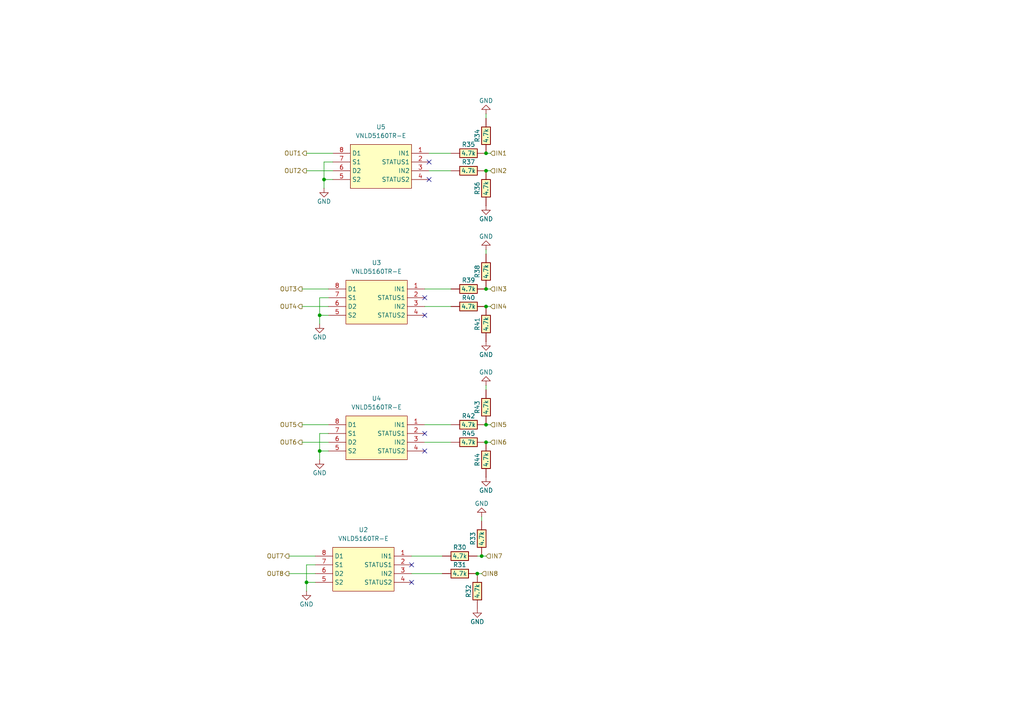
<source format=kicad_sch>
(kicad_sch (version 20231120) (generator "eeschema") (generator_version "8.0")
  (paper "A4")
  (lib_symbols
    (symbol "chips:VNLD5160"
      (property "Reference" "U" (at 6.35 3.81 0))
      (property "Value" "VNLD5160TR-E" (at 12.7 -11.43 0))
      (symbol "VNLD5160_1_1"
        (rectangle (start 5.08 2.54) (end 22.86 -10.16) (fill (type background)))
        (pin input line (at 0 0 0) (length 5.08) (name "IN1") (number "1"))
        (pin open_collector line (at 0 -2.54 0) (length 5.08) (name "STATUS1") (number "2"))
        (pin input line (at 0 -5.08 0) (length 5.08) (name "IN2") (number "3"))
        (pin open_collector line (at 0 -7.62 0) (length 5.08) (name "STATUS2") (number "4"))
        (pin power_in line (at 27.94 -7.62 180) (length 5.08) (name "S2") (number "5"))
        (pin power_out line (at 27.94 -5.08 180) (length 5.08) (name "D2") (number "6"))
        (pin power_in line (at 27.94 -2.54 180) (length 5.08) (name "S1") (number "7"))
        (pin power_out line (at 27.94 0 180) (length 5.08) (name "D1") (number "8"))
      )
    )
    (symbol "hellen-one-common:Res" (pin_numbers hide)
      (property "Reference" "R" (at 3.81 2.54 0))
      (property "Value" "Res" (at 5.08 -2.54 0))
      (symbol "Res_1_0"
        (rectangle (start 2.54 -1.27) (end 7.62 1.27) (stroke (width 0.254)) (fill (type background)))
        (pin passive line (at 0 0 0) (length 2.54) (name "") (number "1"))
        (pin passive line (at 10.16 0 180) (length 2.54) (name "") (number "2"))
      )
    )
    (symbol "power:GND" (power) (pin_numbers hide) (pin_names (offset 0) hide)
      (property "Value" "GND" (at 0 -3.81 0))
      (symbol "GND_0_1"
        (polyline (pts (xy 0 0) (xy 0 -1.27) (xy 1.27 -1.27) (xy 0 -2.54) (xy -1.27 -1.27) (xy 0 -1.27)))
      )
      (symbol "GND_1_1"
        (pin power_in line (at 0 0 270) (length 0) (name "~") (number "1"))
      )
    )
  )
  (junction (at 139.7 161.29))
  (junction (at 92.71 130.81))
  (junction (at 140.97 49.53))
  (junction (at 140.97 123.19))
  (junction (at 92.71 91.44))
  (junction (at 140.97 44.45))
  (junction (at 93.98 52.07))
  (junction (at 140.97 128.27))
  (junction (at 140.97 83.82))
  (junction (at 138.43 166.37))
  (junction (at 88.9 168.91))
  (junction (at 140.97 88.9))
  (no_connect (at 124.46 46.99))
  (no_connect (at 123.19 91.44))
  (no_connect (at 119.38 168.91))
  (no_connect (at 119.38 163.83))
  (no_connect (at 124.46 52.07))
  (no_connect (at 123.19 130.81))
  (no_connect (at 123.19 86.36))
  (no_connect (at 123.19 125.73))
  (wire (pts (xy 92.71 93.98) (xy 92.71 91.44)))
  (wire (pts (xy 93.98 54.61) (xy 93.98 52.07)))
  (wire (pts (xy 93.98 46.99) (xy 96.52 46.99)))
  (wire (pts (xy 83.82 166.37) (xy 91.44 166.37)))
  (wire (pts (xy 123.19 123.19) (xy 130.81 123.19)))
  (wire (pts (xy 140.97 161.29) (xy 139.7 161.29)))
  (wire (pts (xy 92.71 130.81) (xy 92.71 125.73)))
  (wire (pts (xy 92.71 133.35) (xy 92.71 130.81)))
  (wire (pts (xy 140.97 123.19) (xy 142.24 123.19)))
  (wire (pts (xy 140.97 83.82) (xy 142.24 83.82)))
  (wire (pts (xy 88.9 168.91) (xy 88.9 163.83)))
  (wire (pts (xy 87.63 88.9) (xy 95.25 88.9)))
  (wire (pts (xy 140.97 44.45) (xy 142.24 44.45)))
  (wire (pts (xy 138.43 161.29) (xy 139.7 161.29)))
  (wire (pts (xy 83.82 161.29) (xy 91.44 161.29)))
  (wire (pts (xy 92.71 86.36) (xy 95.25 86.36)))
  (wire (pts (xy 88.9 168.91) (xy 91.44 168.91)))
  (wire (pts (xy 88.9 49.53) (xy 96.52 49.53)))
  (wire (pts (xy 140.97 128.27) (xy 142.24 128.27)))
  (wire (pts (xy 88.9 44.45) (xy 96.52 44.45)))
  (wire (pts (xy 93.98 52.07) (xy 96.52 52.07)))
  (wire (pts (xy 140.97 88.9) (xy 142.24 88.9)))
  (wire (pts (xy 88.9 171.45) (xy 88.9 168.91)))
  (wire (pts (xy 140.97 49.53) (xy 142.24 49.53)))
  (wire (pts (xy 123.19 128.27) (xy 130.81 128.27)))
  (wire (pts (xy 87.63 123.19) (xy 95.25 123.19)))
  (wire (pts (xy 119.38 161.29) (xy 128.27 161.29)))
  (wire (pts (xy 92.71 91.44) (xy 92.71 86.36)))
  (wire (pts (xy 140.97 113.03) (xy 140.97 111.76)))
  (wire (pts (xy 139.7 151.13) (xy 139.7 149.86)))
  (wire (pts (xy 123.19 88.9) (xy 130.81 88.9)))
  (wire (pts (xy 93.98 52.07) (xy 93.98 46.99)))
  (wire (pts (xy 92.71 125.73) (xy 95.25 125.73)))
  (wire (pts (xy 92.71 130.81) (xy 95.25 130.81)))
  (wire (pts (xy 124.46 49.53) (xy 130.81 49.53)))
  (wire (pts (xy 88.9 163.83) (xy 91.44 163.83)))
  (wire (pts (xy 138.43 166.37) (xy 139.7 166.37)))
  (wire (pts (xy 140.97 73.66) (xy 140.97 72.39)))
  (wire (pts (xy 124.46 44.45) (xy 130.81 44.45)))
  (wire (pts (xy 92.71 91.44) (xy 95.25 91.44)))
  (wire (pts (xy 123.19 83.82) (xy 130.81 83.82)))
  (wire (pts (xy 140.97 34.29) (xy 140.97 33.02)))
  (wire (pts (xy 119.38 166.37) (xy 128.27 166.37)))
  (wire (pts (xy 87.63 128.27) (xy 95.25 128.27)))
  (wire (pts (xy 87.63 83.82) (xy 95.25 83.82)))
  (hierarchical_label "OUT7" (shape output) (at 83.82 161.29 180))
  (hierarchical_label "IN8" (shape input) (at 139.7 166.37 0))
  (hierarchical_label "OUT2" (shape output) (at 88.9 49.53 180))
  (hierarchical_label "IN7" (shape input) (at 140.97 161.29 0))
  (hierarchical_label "OUT1" (shape output) (at 88.9 44.45 180))
  (hierarchical_label "OUT3" (shape output) (at 87.63 83.82 180))
  (hierarchical_label "IN1" (shape input) (at 142.24 44.45 0))
  (hierarchical_label "IN6" (shape input) (at 142.24 128.27 0))
  (hierarchical_label "OUT6" (shape output) (at 87.63 128.27 180))
  (hierarchical_label "IN2" (shape input) (at 142.24 49.53 0))
  (hierarchical_label "IN5" (shape input) (at 142.24 123.19 0))
  (hierarchical_label "OUT8" (shape output) (at 83.82 166.37 180))
  (hierarchical_label "IN4" (shape input) (at 142.24 88.9 0))
  (hierarchical_label "IN3" (shape input) (at 142.24 83.82 0))
  (hierarchical_label "OUT4" (shape output) (at 87.63 88.9 180))
  (hierarchical_label "OUT5" (shape output) (at 87.63 123.19 180))
  (symbol (lib_id "chips:VNLD5160") (at 123.19 123.19 0) (mirror y) (unit 1)
    (property "Reference" "U4" (at 109.22 115.57 0))
    (property "Value" "VNLD5160TR-E" (at 109.22 118.11 0))
    (property "Footprint" "Package_SO:SOIC-8_3.9x4.9mm_P1.27mm" (effects (hide yes)))
    (property "LCSC" "C377942" (effects (hide yes)))
  )
  (symbol (lib_id "power:GND") (at 140.97 138.43 0) (unit 1)
    (property "Reference" "#PWR0117" (effects (hide yes)))
    (property "Value" "GND" (at 140.97 142.24 0))
    (property "Description" "Power symbol creates a global label with name \"GND\" , ground" (effects (hide yes)))
  )
  (symbol (lib_id "power:GND") (at 138.43 176.53 0) (unit 1)
    (property "Reference" "#PWR0115" (effects (hide yes)))
    (property "Value" "GND" (at 138.43 180.34 0))
    (property "Description" "Power symbol creates a global label with name \"GND\" , ground" (effects (hide yes)))
  )
  (symbol (lib_id "hellen-one-common:Res") (at 140.97 88.9 0) (mirror y) (unit 1)
    (property "Reference" "R40" (at 135.89 86.36 0))
    (property "Value" "4.7k" (at 135.89 88.9 0))
    (property "Footprint" "hellen-one-common:R0603" (effects (hide yes)))
    (property "LCSC" "C23162" (effects (hide yes)))
  )
  (symbol (lib_id "hellen-one-common:Res") (at 140.97 88.9 90) (mirror x) (unit 1)
    (property "Reference" "R41" (at 138.43 93.98 0))
    (property "Value" "4.7k" (at 140.97 93.98 0))
    (property "Footprint" "hellen-one-common:R0603" (effects (hide yes)))
    (property "LCSC" "C23162" (effects (hide yes)))
  )
  (symbol (lib_id "power:GND") (at 140.97 99.06 0) (unit 1)
    (property "Reference" "#PWR0112" (effects (hide yes)))
    (property "Value" "GND" (at 140.97 102.87 0))
    (property "Description" "Power symbol creates a global label with name \"GND\" , ground" (effects (hide yes)))
  )
  (symbol (lib_id "power:GND") (at 140.97 111.76 0) (mirror x) (unit 1)
    (property "Reference" "#PWR0116" (effects (hide yes)))
    (property "Value" "GND" (at 140.97 107.95 0))
    (property "Description" "Power symbol creates a global label with name \"GND\" , ground" (effects (hide yes)))
  )
  (symbol (lib_id "hellen-one-common:Res") (at 140.97 123.19 0) (mirror y) (unit 1)
    (property "Reference" "R42" (at 135.89 120.65 0))
    (property "Value" "4.7k" (at 135.89 123.19 0))
    (property "Footprint" "hellen-one-common:R0603" (effects (hide yes)))
    (property "LCSC" "C23162" (effects (hide yes)))
  )
  (symbol (lib_id "hellen-one-common:Res") (at 140.97 128.27 90) (mirror x) (unit 1)
    (property "Reference" "R44" (at 138.43 133.35 0))
    (property "Value" "4.7k" (at 140.97 133.35 0))
    (property "Footprint" "hellen-one-common:R0603" (effects (hide yes)))
    (property "LCSC" "C23162" (effects (hide yes)))
  )
  (symbol (lib_id "chips:VNLD5160") (at 124.46 44.45 0) (mirror y) (unit 1)
    (property "Reference" "U5" (at 110.49 36.83 0))
    (property "Value" "VNLD5160TR-E" (at 110.49 39.37 0))
    (property "Footprint" "Package_SO:SOIC-8_3.9x4.9mm_P1.27mm" (effects (hide yes)))
    (property "LCSC" "C377942" (effects (hide yes)))
  )
  (symbol (lib_id "power:GND") (at 88.9 171.45 0) (mirror y) (unit 1)
    (property "Reference" "#PWR0121" (effects (hide yes)))
    (property "Value" "GND" (at 88.9 175.26 0))
    (property "Description" "Power symbol creates a global label with name \"GND\" , ground" (effects (hide yes)))
  )
  (symbol (lib_id "hellen-one-common:Res") (at 140.97 83.82 90) (unit 1)
    (property "Reference" "R38" (at 138.43 78.74 0))
    (property "Value" "4.7k" (at 140.97 78.74 0))
    (property "Footprint" "hellen-one-common:R0603" (effects (hide yes)))
    (property "LCSC" "C23162" (effects (hide yes)))
  )
  (symbol (lib_id "hellen-one-common:Res") (at 140.97 44.45 90) (unit 1)
    (property "Reference" "R34" (at 138.43 39.37 0))
    (property "Value" "4.7k" (at 140.97 39.37 0))
    (property "Footprint" "hellen-one-common:R0603" (effects (hide yes)))
    (property "LCSC" "C23162" (effects (hide yes)))
  )
  (symbol (lib_id "chips:VNLD5160") (at 119.38 161.29 0) (mirror y) (unit 1)
    (property "Reference" "U2" (at 105.41 153.67 0))
    (property "Value" "VNLD5160TR-E" (at 105.41 156.21 0))
    (property "Footprint" "Package_SO:SOIC-8_3.9x4.9mm_P1.27mm" (effects (hide yes)))
    (property "LCSC" "C377942" (effects (hide yes)))
  )
  (symbol (lib_id "power:GND") (at 139.7 149.86 0) (mirror x) (unit 1)
    (property "Reference" "#PWR0114" (effects (hide yes)))
    (property "Value" "GND" (at 139.7 146.05 0))
    (property "Description" "Power symbol creates a global label with name \"GND\" , ground" (effects (hide yes)))
  )
  (symbol (lib_id "power:GND") (at 140.97 59.69 0) (unit 1)
    (property "Reference" "#PWR0113" (effects (hide yes)))
    (property "Value" "GND" (at 140.97 63.5 0))
    (property "Description" "Power symbol creates a global label with name \"GND\" , ground" (effects (hide yes)))
  )
  (symbol (lib_id "hellen-one-common:Res") (at 140.97 83.82 0) (mirror y) (unit 1)
    (property "Reference" "R39" (at 135.89 81.28 0))
    (property "Value" "4.7k" (at 135.89 83.82 0))
    (property "Footprint" "hellen-one-common:R0603" (effects (hide yes)))
    (property "LCSC" "C23162" (effects (hide yes)))
  )
  (symbol (lib_id "hellen-one-common:Res") (at 140.97 128.27 0) (mirror y) (unit 1)
    (property "Reference" "R45" (at 135.89 125.73 0))
    (property "Value" "4.7k" (at 135.89 128.27 0))
    (property "Footprint" "hellen-one-common:R0603" (effects (hide yes)))
    (property "LCSC" "C23162" (effects (hide yes)))
  )
  (symbol (lib_id "hellen-one-common:Res") (at 140.97 44.45 0) (mirror y) (unit 1)
    (property "Reference" "R35" (at 135.89 41.91 0))
    (property "Value" "4.7k" (at 135.89 44.45 0))
    (property "Footprint" "hellen-one-common:R0603" (effects (hide yes)))
    (property "LCSC" "C23162" (effects (hide yes)))
  )
  (symbol (lib_id "power:GND") (at 140.97 33.02 0) (mirror x) (unit 1)
    (property "Reference" "#PWR0111" (effects (hide yes)))
    (property "Value" "GND" (at 140.97 29.21 0))
    (property "Description" "Power symbol creates a global label with name \"GND\" , ground" (effects (hide yes)))
  )
  (symbol (lib_id "hellen-one-common:Res") (at 138.43 166.37 0) (mirror y) (unit 1)
    (property "Reference" "R31" (at 133.35 163.83 0))
    (property "Value" "4.7k" (at 133.35 166.37 0))
    (property "Footprint" "hellen-one-common:R0603" (effects (hide yes)))
    (property "LCSC" "C23162" (effects (hide yes)))
  )
  (symbol (lib_id "power:GND") (at 92.71 93.98 0) (mirror y) (unit 1)
    (property "Reference" "#PWR0118" (effects (hide yes)))
    (property "Value" "GND" (at 92.71 97.79 0))
    (property "Description" "Power symbol creates a global label with name \"GND\" , ground" (effects (hide yes)))
  )
  (symbol (lib_id "power:GND") (at 92.71 133.35 0) (mirror y) (unit 1)
    (property "Reference" "#PWR0120" (effects (hide yes)))
    (property "Value" "GND" (at 92.71 137.16 0))
    (property "Description" "Power symbol creates a global label with name \"GND\" , ground" (effects (hide yes)))
  )
  (symbol (lib_id "power:GND") (at 93.98 54.61 0) (mirror y) (unit 1)
    (property "Reference" "#PWR0119" (effects (hide yes)))
    (property "Value" "GND" (at 93.98 58.42 0))
    (property "Description" "Power symbol creates a global label with name \"GND\" , ground" (effects (hide yes)))
  )
  (symbol (lib_id "power:GND") (at 140.97 72.39 0) (mirror x) (unit 1)
    (property "Reference" "#PWR0110" (effects (hide yes)))
    (property "Value" "GND" (at 140.97 68.58 0))
    (property "Description" "Power symbol creates a global label with name \"GND\" , ground" (effects (hide yes)))
  )
  (symbol (lib_id "hellen-one-common:Res") (at 138.43 161.29 0) (mirror y) (unit 1)
    (property "Reference" "R30" (at 133.35 158.75 0))
    (property "Value" "4.7k" (at 133.35 161.29 0))
    (property "Footprint" "hellen-one-common:R0603" (effects (hide yes)))
    (property "LCSC" "C23162" (effects (hide yes)))
  )
  (symbol (lib_id "hellen-one-common:Res") (at 140.97 49.53 90) (mirror x) (unit 1)
    (property "Reference" "R36" (at 138.43 54.61 0))
    (property "Value" "4.7k" (at 140.97 54.61 0))
    (property "Footprint" "hellen-one-common:R0603" (effects (hide yes)))
    (property "LCSC" "C23162" (effects (hide yes)))
  )
  (symbol (lib_id "hellen-one-common:Res") (at 139.7 161.29 90) (unit 1)
    (property "Reference" "R33" (at 137.16 156.21 0))
    (property "Value" "4.7k" (at 139.7 156.21 0))
    (property "Footprint" "hellen-one-common:R0603" (effects (hide yes)))
    (property "LCSC" "C23162" (effects (hide yes)))
  )
  (symbol (lib_id "hellen-one-common:Res") (at 140.97 49.53 0) (mirror y) (unit 1)
    (property "Reference" "R37" (at 135.89 46.99 0))
    (property "Value" "4.7k" (at 135.89 49.53 0))
    (property "Footprint" "hellen-one-common:R0603" (effects (hide yes)))
    (property "LCSC" "C23162" (effects (hide yes)))
  )
  (symbol (lib_id "hellen-one-common:Res") (at 140.97 123.19 90) (unit 1)
    (property "Reference" "R43" (at 138.43 118.11 0))
    (property "Value" "4.7k" (at 140.97 118.11 0))
    (property "Footprint" "hellen-one-common:R0603" (effects (hide yes)))
    (property "LCSC" "C23162" (effects (hide yes)))
  )
  (symbol (lib_id "chips:VNLD5160") (at 123.19 83.82 0) (mirror y) (unit 1)
    (property "Reference" "U3" (at 109.22 76.2 0))
    (property "Value" "VNLD5160TR-E" (at 109.22 78.74 0))
    (property "Footprint" "Package_SO:SOIC-8_3.9x4.9mm_P1.27mm" (effects (hide yes)))
    (property "LCSC" "C377942" (effects (hide yes)))
  )
  (symbol (lib_id "hellen-one-common:Res") (at 138.43 166.37 90) (mirror x) (unit 1)
    (property "Reference" "R32" (at 135.89 171.45 0))
    (property "Value" "4.7k" (at 138.43 171.45 0))
    (property "Footprint" "hellen-one-common:R0603" (effects (hide yes)))
    (property "LCSC" "C23162" (effects (hide yes)))
  )
)
</source>
